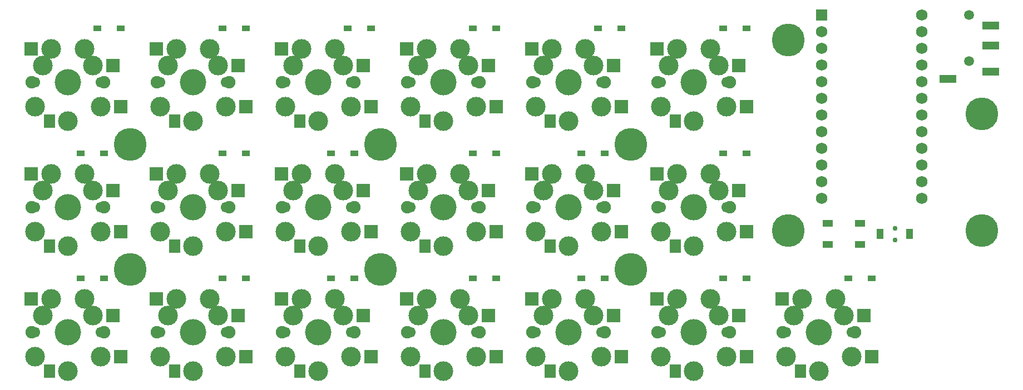
<source format=gbr>
G04 #@! TF.GenerationSoftware,KiCad,Pcbnew,(5.1.7)-1*
G04 #@! TF.CreationDate,2020-12-07T09:59:57+09:00*
G04 #@! TF.ProjectId,pisces,70697363-6573-42e6-9b69-6361645f7063,rev?*
G04 #@! TF.SameCoordinates,Original*
G04 #@! TF.FileFunction,Soldermask,Top*
G04 #@! TF.FilePolarity,Negative*
%FSLAX46Y46*%
G04 Gerber Fmt 4.6, Leading zero omitted, Abs format (unit mm)*
G04 Created by KiCad (PCBNEW (5.1.7)-1) date 2020-12-07 09:59:57*
%MOMM*%
%LPD*%
G01*
G04 APERTURE LIST*
%ADD10C,1.500000*%
%ADD11R,2.500000X1.200000*%
%ADD12R,1.500000X1.000000*%
%ADD13R,1.100000X1.600000*%
%ADD14C,0.750000*%
%ADD15C,5.000000*%
%ADD16R,1.300000X0.950000*%
%ADD17C,3.000000*%
%ADD18C,1.700000*%
%ADD19C,1.900000*%
%ADD20C,4.000000*%
%ADD21R,2.000000X2.000000*%
%ADD22R,1.800000X2.000000*%
%ADD23R,1.752600X1.752600*%
%ADD24C,1.752600*%
G04 APERTURE END LIST*
D10*
X187198000Y-46802000D03*
X187198000Y-39802000D03*
D11*
X190448000Y-41402000D03*
X190448000Y-44402000D03*
X190448000Y-48402000D03*
X183948000Y-49502000D03*
D12*
X170598000Y-74752000D03*
X170598000Y-71552000D03*
X165698000Y-74752000D03*
X165698000Y-71552000D03*
D13*
X173645000Y-73116000D03*
X178145000Y-73116000D03*
D14*
X175895000Y-72316000D03*
X175895000Y-74016000D03*
D15*
X189103000Y-72644000D03*
X159639000Y-72644000D03*
X159639000Y-43561000D03*
X189103000Y-54864000D03*
X135725000Y-78575000D03*
X135725000Y-59525000D03*
X97625000Y-78575000D03*
X97625000Y-59525000D03*
X59525000Y-78575000D03*
X59525000Y-59525000D03*
D16*
X54486000Y-41783000D03*
X58036000Y-41783000D03*
X51986000Y-60833000D03*
X55536000Y-60833000D03*
X55536000Y-79883000D03*
X51986000Y-79883000D03*
X77086000Y-41783000D03*
X73536000Y-41783000D03*
X73536000Y-60833000D03*
X77086000Y-60833000D03*
X77086000Y-79883000D03*
X73536000Y-79883000D03*
X92585999Y-41783000D03*
X96135999Y-41783000D03*
X90085999Y-60833000D03*
X93635999Y-60833000D03*
X93635999Y-79883000D03*
X90085999Y-79883000D03*
X115186000Y-41783000D03*
X111636000Y-41783000D03*
X111636000Y-60833000D03*
X115186000Y-60833000D03*
X111636000Y-79883000D03*
X115186000Y-79883000D03*
X134236000Y-41783000D03*
X130686000Y-41783000D03*
X128186000Y-60833000D03*
X131736000Y-60833000D03*
X131736000Y-79883000D03*
X128186000Y-79883000D03*
X153286000Y-41783000D03*
X149736000Y-41783000D03*
X149736000Y-60833000D03*
X153286000Y-60833000D03*
X153286000Y-79883000D03*
X149736000Y-79883000D03*
X172336000Y-79883000D03*
X168786000Y-79883000D03*
D17*
X46190000Y-47460000D03*
D18*
X44920000Y-50000000D03*
X55080000Y-50000000D03*
D19*
X55500000Y-50000000D03*
X44500000Y-50000000D03*
D20*
X50000000Y-50000000D03*
D17*
X52540000Y-44920000D03*
X50000000Y-55900000D03*
X45000000Y-53700000D03*
D21*
X58100000Y-53700000D03*
D22*
X47200000Y-55900000D03*
D17*
X55000000Y-53700000D03*
D21*
X56900000Y-47460000D03*
D17*
X47460000Y-44920000D03*
X53810000Y-47460000D03*
D21*
X44400000Y-44920000D03*
X44400000Y-63970000D03*
D17*
X53810000Y-66510000D03*
X47460000Y-63970000D03*
D21*
X56900000Y-66510000D03*
D17*
X55000000Y-72750000D03*
D22*
X47200000Y-74950000D03*
D21*
X58100000Y-72750000D03*
D17*
X45000000Y-72750000D03*
X50000000Y-74950000D03*
X52540000Y-63970000D03*
D20*
X50000000Y-69050000D03*
D19*
X44500000Y-69050000D03*
X55500000Y-69050000D03*
D18*
X55080000Y-69050000D03*
X44920000Y-69050000D03*
D17*
X46190000Y-66510000D03*
X46190000Y-85560000D03*
D18*
X44920000Y-88100000D03*
X55080000Y-88100000D03*
D19*
X55500000Y-88100000D03*
X44500000Y-88100000D03*
D20*
X50000000Y-88100000D03*
D17*
X52540000Y-83020000D03*
X50000000Y-94000000D03*
X45000000Y-91800000D03*
D21*
X58100000Y-91800000D03*
D22*
X47200000Y-94000000D03*
D17*
X55000000Y-91800000D03*
D21*
X56900000Y-85560000D03*
D17*
X47460000Y-83020000D03*
X53810000Y-85560000D03*
D21*
X44400000Y-83020000D03*
X63450000Y-44920000D03*
D17*
X72860000Y-47460000D03*
X66510000Y-44920000D03*
D21*
X75950000Y-47460000D03*
D17*
X74050000Y-53700000D03*
D22*
X66250000Y-55900000D03*
D21*
X77150000Y-53700000D03*
D17*
X64050000Y-53700000D03*
X69050000Y-55900000D03*
X71590000Y-44920000D03*
D20*
X69050000Y-50000000D03*
D19*
X63550000Y-50000000D03*
X74550000Y-50000000D03*
D18*
X74130000Y-50000000D03*
X63970000Y-50000000D03*
D17*
X65240000Y-47460000D03*
X65240000Y-66510000D03*
D18*
X63970000Y-69050000D03*
X74130000Y-69050000D03*
D19*
X74550000Y-69050000D03*
X63550000Y-69050000D03*
D20*
X69050000Y-69050000D03*
D17*
X71590000Y-63970000D03*
X69050000Y-74950000D03*
X64050000Y-72750000D03*
D21*
X77150000Y-72750000D03*
D22*
X66250000Y-74950000D03*
D17*
X74050000Y-72750000D03*
D21*
X75950000Y-66510000D03*
D17*
X66510000Y-63970000D03*
X72860000Y-66510000D03*
D21*
X63450000Y-63970000D03*
X63450000Y-83020000D03*
D17*
X72860000Y-85560000D03*
X66510000Y-83020000D03*
D21*
X75950000Y-85560000D03*
D17*
X74050000Y-91800000D03*
D22*
X66250000Y-94000000D03*
D21*
X77150000Y-91800000D03*
D17*
X64050000Y-91800000D03*
X69050000Y-94000000D03*
X71590000Y-83020000D03*
D20*
X69050000Y-88100000D03*
D19*
X63550000Y-88100000D03*
X74550000Y-88100000D03*
D18*
X74130000Y-88100000D03*
X63970000Y-88100000D03*
D17*
X65240000Y-85560000D03*
X84290000Y-47460000D03*
D18*
X83020000Y-50000000D03*
X93180000Y-50000000D03*
D19*
X93600000Y-50000000D03*
X82600000Y-50000000D03*
D20*
X88100000Y-50000000D03*
D17*
X90640000Y-44920000D03*
X88100000Y-55900000D03*
X83100000Y-53700000D03*
D21*
X96200000Y-53700000D03*
D22*
X85300000Y-55900000D03*
D17*
X93100000Y-53700000D03*
D21*
X95000000Y-47460000D03*
D17*
X85560000Y-44920000D03*
X91910000Y-47460000D03*
D21*
X82500000Y-44920000D03*
X82500000Y-63970000D03*
D17*
X91910000Y-66510000D03*
X85560000Y-63970000D03*
D21*
X95000000Y-66510000D03*
D17*
X93100000Y-72750000D03*
D22*
X85300000Y-74950000D03*
D21*
X96200000Y-72750000D03*
D17*
X83100000Y-72750000D03*
X88100000Y-74950000D03*
X90640000Y-63970000D03*
D20*
X88100000Y-69050000D03*
D19*
X82600000Y-69050000D03*
X93600000Y-69050000D03*
D18*
X93180000Y-69050000D03*
X83020000Y-69050000D03*
D17*
X84290000Y-66510000D03*
X84290000Y-85560000D03*
D18*
X83020000Y-88100000D03*
X93180000Y-88100000D03*
D19*
X93600000Y-88100000D03*
X82600000Y-88100000D03*
D20*
X88100000Y-88100000D03*
D17*
X90640000Y-83020000D03*
X88100000Y-94000000D03*
X83100000Y-91800000D03*
D21*
X96200000Y-91800000D03*
D22*
X85300000Y-94000000D03*
D17*
X93100000Y-91800000D03*
D21*
X95000000Y-85560000D03*
D17*
X85560000Y-83020000D03*
X91910000Y-85560000D03*
D21*
X82500000Y-83020000D03*
X101550000Y-44920000D03*
D17*
X110960000Y-47460000D03*
X104610000Y-44920000D03*
D21*
X114050000Y-47460000D03*
D17*
X112150000Y-53700000D03*
D22*
X104350000Y-55900000D03*
D21*
X115250000Y-53700000D03*
D17*
X102150000Y-53700000D03*
X107150000Y-55900000D03*
X109690000Y-44920000D03*
D20*
X107150000Y-50000000D03*
D19*
X101650000Y-50000000D03*
X112650000Y-50000000D03*
D18*
X112230000Y-50000000D03*
X102070000Y-50000000D03*
D17*
X103340000Y-47460000D03*
D21*
X101550000Y-63970000D03*
D17*
X110960000Y-66510000D03*
X104610000Y-63970000D03*
D21*
X114050000Y-66510000D03*
D17*
X112150000Y-72750000D03*
D22*
X104350000Y-74950000D03*
D21*
X115250000Y-72750000D03*
D17*
X102150000Y-72750000D03*
X107150000Y-74950000D03*
X109690000Y-63970000D03*
D20*
X107150000Y-69050000D03*
D19*
X101650000Y-69050000D03*
X112650000Y-69050000D03*
D18*
X112230000Y-69050000D03*
X102070000Y-69050000D03*
D17*
X103340000Y-66510000D03*
X103340000Y-85560000D03*
D18*
X102070000Y-88100000D03*
X112230000Y-88100000D03*
D19*
X112650000Y-88100000D03*
X101650000Y-88100000D03*
D20*
X107150000Y-88100000D03*
D17*
X109690000Y-83020000D03*
X107150000Y-94000000D03*
X102150000Y-91800000D03*
D21*
X115250000Y-91800000D03*
D22*
X104350000Y-94000000D03*
D17*
X112150000Y-91800000D03*
D21*
X114050000Y-85560000D03*
D17*
X104610000Y-83020000D03*
X110960000Y-85560000D03*
D21*
X101550000Y-83020000D03*
X120600000Y-44920000D03*
D17*
X130010000Y-47460000D03*
X123660000Y-44920000D03*
D21*
X133100000Y-47460000D03*
D17*
X131200000Y-53700000D03*
D22*
X123400000Y-55900000D03*
D21*
X134300000Y-53700000D03*
D17*
X121200000Y-53700000D03*
X126200000Y-55900000D03*
X128740000Y-44920000D03*
D20*
X126200000Y-50000000D03*
D19*
X120700000Y-50000000D03*
X131700000Y-50000000D03*
D18*
X131280000Y-50000000D03*
X121120000Y-50000000D03*
D17*
X122390000Y-47460000D03*
D21*
X120600000Y-63970000D03*
D17*
X130010000Y-66510000D03*
X123660000Y-63970000D03*
D21*
X133100000Y-66510000D03*
D17*
X131200000Y-72750000D03*
D22*
X123400000Y-74950000D03*
D21*
X134300000Y-72750000D03*
D17*
X121200000Y-72750000D03*
X126200000Y-74950000D03*
X128740000Y-63970000D03*
D20*
X126200000Y-69050000D03*
D19*
X120700000Y-69050000D03*
X131700000Y-69050000D03*
D18*
X131280000Y-69050000D03*
X121120000Y-69050000D03*
D17*
X122390000Y-66510000D03*
D21*
X120600000Y-83020000D03*
D17*
X130010000Y-85560000D03*
X123660000Y-83020000D03*
D21*
X133100000Y-85560000D03*
D17*
X131200000Y-91800000D03*
D22*
X123400000Y-94000000D03*
D21*
X134300000Y-91800000D03*
D17*
X121200000Y-91800000D03*
X126200000Y-94000000D03*
X128740000Y-83020000D03*
D20*
X126200000Y-88100000D03*
D19*
X120700000Y-88100000D03*
X131700000Y-88100000D03*
D18*
X131280000Y-88100000D03*
X121120000Y-88100000D03*
D17*
X122390000Y-85560000D03*
X141440000Y-47460000D03*
D18*
X140170000Y-50000000D03*
X150330000Y-50000000D03*
D19*
X150750000Y-50000000D03*
X139750000Y-50000000D03*
D20*
X145250000Y-50000000D03*
D17*
X147790000Y-44920000D03*
X145250000Y-55900000D03*
X140250000Y-53700000D03*
D21*
X153350000Y-53700000D03*
D22*
X142450000Y-55900000D03*
D17*
X150250000Y-53700000D03*
D21*
X152150000Y-47460000D03*
D17*
X142710000Y-44920000D03*
X149060000Y-47460000D03*
D21*
X139650000Y-44920000D03*
D17*
X141440000Y-66510000D03*
D18*
X140170000Y-69050000D03*
X150330000Y-69050000D03*
D19*
X150750000Y-69050000D03*
X139750000Y-69050000D03*
D20*
X145250000Y-69050000D03*
D17*
X147790000Y-63970000D03*
X145250000Y-74950000D03*
X140250000Y-72750000D03*
D21*
X153350000Y-72750000D03*
D22*
X142450000Y-74950000D03*
D17*
X150250000Y-72750000D03*
D21*
X152150000Y-66510000D03*
D17*
X142710000Y-63970000D03*
X149060000Y-66510000D03*
D21*
X139650000Y-63970000D03*
D17*
X141440000Y-85560000D03*
D18*
X140170000Y-88100000D03*
X150330000Y-88100000D03*
D19*
X150750000Y-88100000D03*
X139750000Y-88100000D03*
D20*
X145250000Y-88100000D03*
D17*
X147790000Y-83020000D03*
X145250000Y-94000000D03*
X140250000Y-91800000D03*
D21*
X153350000Y-91800000D03*
D22*
X142450000Y-94000000D03*
D17*
X150250000Y-91800000D03*
D21*
X152150000Y-85560000D03*
D17*
X142710000Y-83020000D03*
X149060000Y-85560000D03*
D21*
X139650000Y-83020000D03*
D17*
X160490000Y-85560000D03*
D18*
X159220000Y-88100000D03*
X169380000Y-88100000D03*
D19*
X169800000Y-88100000D03*
X158800000Y-88100000D03*
D20*
X164300000Y-88100000D03*
D17*
X166840000Y-83020000D03*
X164300000Y-94000000D03*
X159300000Y-91800000D03*
D21*
X172400000Y-91800000D03*
D22*
X161500000Y-94000000D03*
D17*
X169300000Y-91800000D03*
D21*
X171200000Y-85560000D03*
D17*
X161760000Y-83020000D03*
X168110000Y-85560000D03*
D21*
X158700000Y-83020000D03*
D23*
X164719000Y-39751000D03*
D24*
X164719000Y-42291000D03*
X164719000Y-44831000D03*
X164719000Y-47371000D03*
X164719000Y-49911000D03*
X164719000Y-52451000D03*
X164719000Y-54991000D03*
X164719000Y-57531000D03*
X164719000Y-60071000D03*
X164719000Y-62611000D03*
X164719000Y-65151000D03*
X179959000Y-67691000D03*
X179959000Y-65151000D03*
X179959000Y-62611000D03*
X179959000Y-60071000D03*
X179959000Y-57531000D03*
X179959000Y-54991000D03*
X179959000Y-52451000D03*
X179959000Y-49911000D03*
X179959000Y-47371000D03*
X179959000Y-44831000D03*
X179959000Y-42291000D03*
X164719000Y-67691000D03*
X179959000Y-39751000D03*
M02*

</source>
